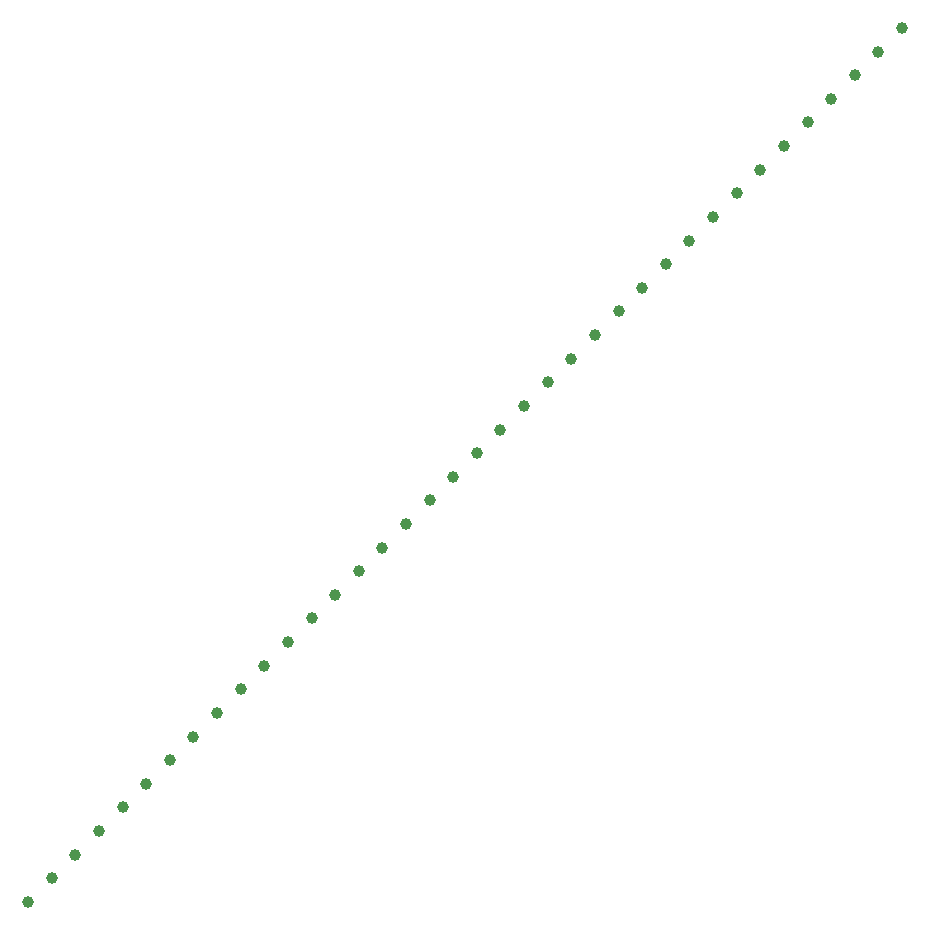
<source format=gbr>
G04 Examples for testing time performance of Gerber parsers*
%FSLAX26Y26*%
%MOMM*%
%ADD10C,1*%
%LPD*%
D10*
X0Y0D03*
X2000000Y2000000D03*
X4000000Y4000000D03*
X6000000Y6000000D03*
X8000000Y8000000D03*
X10000000Y10000000D03*
X12000000Y12000000D03*
X14000000Y14000000D03*
X16000000Y16000000D03*
X18000000Y18000000D03*
X20000000Y20000000D03*
X22000000Y22000000D03*
X24000000Y24000000D03*
X26000000Y26000000D03*
X28000000Y28000000D03*
X30000000Y30000000D03*
X32000000Y32000000D03*
X34000000Y34000000D03*
X36000000Y36000000D03*
X38000000Y38000000D03*
X40000000Y40000000D03*
X42000000Y42000000D03*
X44000000Y44000000D03*
X46000000Y46000000D03*
X48000000Y48000000D03*
X50000000Y50000000D03*
X52000000Y52000000D03*
X54000000Y54000000D03*
X56000000Y56000000D03*
X58000000Y58000000D03*
X60000000Y60000000D03*
X62000000Y62000000D03*
X64000000Y64000000D03*
X66000000Y66000000D03*
X68000000Y68000000D03*
X70000000Y70000000D03*
X72000000Y72000000D03*
X74000000Y74000000D03*
M02*

</source>
